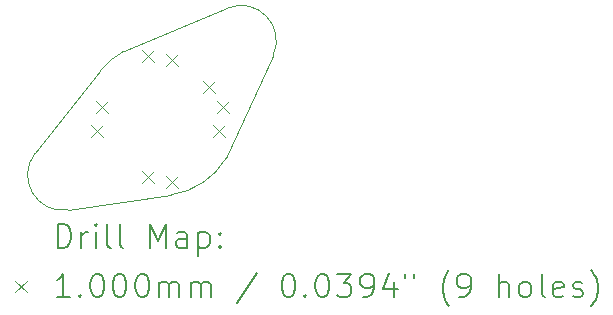
<source format=gbr>
%TF.GenerationSoftware,KiCad,Pcbnew,7.0.5*%
%TF.CreationDate,2023-06-18T14:48:01+02:00*%
%TF.ProjectId,LH_RKJXM1015004_FacePlateTilted,4c485f52-4b4a-4584-9d31-303135303034,rev?*%
%TF.SameCoordinates,Original*%
%TF.FileFunction,Drillmap*%
%TF.FilePolarity,Positive*%
%FSLAX45Y45*%
G04 Gerber Fmt 4.5, Leading zero omitted, Abs format (unit mm)*
G04 Created by KiCad (PCBNEW 7.0.5) date 2023-06-18 14:48:01*
%MOMM*%
%LPD*%
G01*
G04 APERTURE LIST*
%ADD10C,0.100000*%
%ADD11C,0.200000*%
G04 APERTURE END LIST*
D10*
X5294813Y-6342900D02*
G75*
G03*
X5756987Y-6035007I-94753J643060D01*
G01*
X5767662Y-4762669D02*
X4889923Y-5128602D01*
X4142173Y-5988571D02*
G75*
G03*
X4421070Y-6471635I235167J-186269D01*
G01*
X6155834Y-5164534D02*
G75*
G03*
X5767662Y-4762669I-272735J124964D01*
G01*
X4889923Y-5128600D02*
G75*
G03*
X4690535Y-5296256I310147J-571240D01*
G01*
X6155836Y-5164535D02*
X5756987Y-6035007D01*
X4142172Y-5988570D02*
X4690535Y-5296256D01*
X4421070Y-6471635D02*
X5294813Y-6342897D01*
D11*
D10*
X4615000Y-5750000D02*
X4715000Y-5850000D01*
X4715000Y-5750000D02*
X4615000Y-5850000D01*
X4655000Y-5550000D02*
X4755000Y-5650000D01*
X4755000Y-5550000D02*
X4655000Y-5650000D01*
X5050000Y-5115000D02*
X5150000Y-5215000D01*
X5150000Y-5115000D02*
X5050000Y-5215000D01*
X5050000Y-6145000D02*
X5150000Y-6245000D01*
X5150000Y-6145000D02*
X5050000Y-6245000D01*
X5250000Y-5155000D02*
X5350000Y-5255000D01*
X5350000Y-5155000D02*
X5250000Y-5255000D01*
X5250000Y-6185000D02*
X5350000Y-6285000D01*
X5350000Y-6185000D02*
X5250000Y-6285000D01*
X5565000Y-5380000D02*
X5665000Y-5480000D01*
X5665000Y-5380000D02*
X5565000Y-5480000D01*
X5645000Y-5750000D02*
X5745000Y-5850000D01*
X5745000Y-5750000D02*
X5645000Y-5850000D01*
X5685000Y-5550000D02*
X5785000Y-5650000D01*
X5785000Y-5550000D02*
X5685000Y-5650000D01*
D11*
X4333117Y-6791323D02*
X4333117Y-6591323D01*
X4333117Y-6591323D02*
X4380736Y-6591323D01*
X4380736Y-6591323D02*
X4409308Y-6600847D01*
X4409308Y-6600847D02*
X4428355Y-6619895D01*
X4428355Y-6619895D02*
X4437879Y-6638942D01*
X4437879Y-6638942D02*
X4447403Y-6677037D01*
X4447403Y-6677037D02*
X4447403Y-6705609D01*
X4447403Y-6705609D02*
X4437879Y-6743704D01*
X4437879Y-6743704D02*
X4428355Y-6762752D01*
X4428355Y-6762752D02*
X4409308Y-6781799D01*
X4409308Y-6781799D02*
X4380736Y-6791323D01*
X4380736Y-6791323D02*
X4333117Y-6791323D01*
X4533117Y-6791323D02*
X4533117Y-6657990D01*
X4533117Y-6696085D02*
X4542641Y-6677037D01*
X4542641Y-6677037D02*
X4552165Y-6667514D01*
X4552165Y-6667514D02*
X4571213Y-6657990D01*
X4571213Y-6657990D02*
X4590260Y-6657990D01*
X4656927Y-6791323D02*
X4656927Y-6657990D01*
X4656927Y-6591323D02*
X4647403Y-6600847D01*
X4647403Y-6600847D02*
X4656927Y-6610371D01*
X4656927Y-6610371D02*
X4666451Y-6600847D01*
X4666451Y-6600847D02*
X4656927Y-6591323D01*
X4656927Y-6591323D02*
X4656927Y-6610371D01*
X4780736Y-6791323D02*
X4761689Y-6781799D01*
X4761689Y-6781799D02*
X4752165Y-6762752D01*
X4752165Y-6762752D02*
X4752165Y-6591323D01*
X4885498Y-6791323D02*
X4866451Y-6781799D01*
X4866451Y-6781799D02*
X4856927Y-6762752D01*
X4856927Y-6762752D02*
X4856927Y-6591323D01*
X5114070Y-6791323D02*
X5114070Y-6591323D01*
X5114070Y-6591323D02*
X5180736Y-6734180D01*
X5180736Y-6734180D02*
X5247403Y-6591323D01*
X5247403Y-6591323D02*
X5247403Y-6791323D01*
X5428355Y-6791323D02*
X5428355Y-6686561D01*
X5428355Y-6686561D02*
X5418832Y-6667514D01*
X5418832Y-6667514D02*
X5399784Y-6657990D01*
X5399784Y-6657990D02*
X5361689Y-6657990D01*
X5361689Y-6657990D02*
X5342641Y-6667514D01*
X5428355Y-6781799D02*
X5409308Y-6791323D01*
X5409308Y-6791323D02*
X5361689Y-6791323D01*
X5361689Y-6791323D02*
X5342641Y-6781799D01*
X5342641Y-6781799D02*
X5333117Y-6762752D01*
X5333117Y-6762752D02*
X5333117Y-6743704D01*
X5333117Y-6743704D02*
X5342641Y-6724657D01*
X5342641Y-6724657D02*
X5361689Y-6715133D01*
X5361689Y-6715133D02*
X5409308Y-6715133D01*
X5409308Y-6715133D02*
X5428355Y-6705609D01*
X5523594Y-6657990D02*
X5523594Y-6857990D01*
X5523594Y-6667514D02*
X5542641Y-6657990D01*
X5542641Y-6657990D02*
X5580736Y-6657990D01*
X5580736Y-6657990D02*
X5599784Y-6667514D01*
X5599784Y-6667514D02*
X5609308Y-6677037D01*
X5609308Y-6677037D02*
X5618832Y-6696085D01*
X5618832Y-6696085D02*
X5618832Y-6753228D01*
X5618832Y-6753228D02*
X5609308Y-6772276D01*
X5609308Y-6772276D02*
X5599784Y-6781799D01*
X5599784Y-6781799D02*
X5580736Y-6791323D01*
X5580736Y-6791323D02*
X5542641Y-6791323D01*
X5542641Y-6791323D02*
X5523594Y-6781799D01*
X5704546Y-6772276D02*
X5714070Y-6781799D01*
X5714070Y-6781799D02*
X5704546Y-6791323D01*
X5704546Y-6791323D02*
X5695022Y-6781799D01*
X5695022Y-6781799D02*
X5704546Y-6772276D01*
X5704546Y-6772276D02*
X5704546Y-6791323D01*
X5704546Y-6667514D02*
X5714070Y-6677037D01*
X5714070Y-6677037D02*
X5704546Y-6686561D01*
X5704546Y-6686561D02*
X5695022Y-6677037D01*
X5695022Y-6677037D02*
X5704546Y-6667514D01*
X5704546Y-6667514D02*
X5704546Y-6686561D01*
D10*
X3972340Y-7069839D02*
X4072340Y-7169839D01*
X4072340Y-7069839D02*
X3972340Y-7169839D01*
D11*
X4437879Y-7211323D02*
X4323594Y-7211323D01*
X4380736Y-7211323D02*
X4380736Y-7011323D01*
X4380736Y-7011323D02*
X4361689Y-7039895D01*
X4361689Y-7039895D02*
X4342641Y-7058942D01*
X4342641Y-7058942D02*
X4323594Y-7068466D01*
X4523594Y-7192276D02*
X4533117Y-7201799D01*
X4533117Y-7201799D02*
X4523594Y-7211323D01*
X4523594Y-7211323D02*
X4514070Y-7201799D01*
X4514070Y-7201799D02*
X4523594Y-7192276D01*
X4523594Y-7192276D02*
X4523594Y-7211323D01*
X4656927Y-7011323D02*
X4675975Y-7011323D01*
X4675975Y-7011323D02*
X4695022Y-7020847D01*
X4695022Y-7020847D02*
X4704546Y-7030371D01*
X4704546Y-7030371D02*
X4714070Y-7049418D01*
X4714070Y-7049418D02*
X4723594Y-7087514D01*
X4723594Y-7087514D02*
X4723594Y-7135133D01*
X4723594Y-7135133D02*
X4714070Y-7173228D01*
X4714070Y-7173228D02*
X4704546Y-7192276D01*
X4704546Y-7192276D02*
X4695022Y-7201799D01*
X4695022Y-7201799D02*
X4675975Y-7211323D01*
X4675975Y-7211323D02*
X4656927Y-7211323D01*
X4656927Y-7211323D02*
X4637879Y-7201799D01*
X4637879Y-7201799D02*
X4628355Y-7192276D01*
X4628355Y-7192276D02*
X4618832Y-7173228D01*
X4618832Y-7173228D02*
X4609308Y-7135133D01*
X4609308Y-7135133D02*
X4609308Y-7087514D01*
X4609308Y-7087514D02*
X4618832Y-7049418D01*
X4618832Y-7049418D02*
X4628355Y-7030371D01*
X4628355Y-7030371D02*
X4637879Y-7020847D01*
X4637879Y-7020847D02*
X4656927Y-7011323D01*
X4847403Y-7011323D02*
X4866451Y-7011323D01*
X4866451Y-7011323D02*
X4885498Y-7020847D01*
X4885498Y-7020847D02*
X4895022Y-7030371D01*
X4895022Y-7030371D02*
X4904546Y-7049418D01*
X4904546Y-7049418D02*
X4914070Y-7087514D01*
X4914070Y-7087514D02*
X4914070Y-7135133D01*
X4914070Y-7135133D02*
X4904546Y-7173228D01*
X4904546Y-7173228D02*
X4895022Y-7192276D01*
X4895022Y-7192276D02*
X4885498Y-7201799D01*
X4885498Y-7201799D02*
X4866451Y-7211323D01*
X4866451Y-7211323D02*
X4847403Y-7211323D01*
X4847403Y-7211323D02*
X4828355Y-7201799D01*
X4828355Y-7201799D02*
X4818832Y-7192276D01*
X4818832Y-7192276D02*
X4809308Y-7173228D01*
X4809308Y-7173228D02*
X4799784Y-7135133D01*
X4799784Y-7135133D02*
X4799784Y-7087514D01*
X4799784Y-7087514D02*
X4809308Y-7049418D01*
X4809308Y-7049418D02*
X4818832Y-7030371D01*
X4818832Y-7030371D02*
X4828355Y-7020847D01*
X4828355Y-7020847D02*
X4847403Y-7011323D01*
X5037879Y-7011323D02*
X5056927Y-7011323D01*
X5056927Y-7011323D02*
X5075975Y-7020847D01*
X5075975Y-7020847D02*
X5085498Y-7030371D01*
X5085498Y-7030371D02*
X5095022Y-7049418D01*
X5095022Y-7049418D02*
X5104546Y-7087514D01*
X5104546Y-7087514D02*
X5104546Y-7135133D01*
X5104546Y-7135133D02*
X5095022Y-7173228D01*
X5095022Y-7173228D02*
X5085498Y-7192276D01*
X5085498Y-7192276D02*
X5075975Y-7201799D01*
X5075975Y-7201799D02*
X5056927Y-7211323D01*
X5056927Y-7211323D02*
X5037879Y-7211323D01*
X5037879Y-7211323D02*
X5018832Y-7201799D01*
X5018832Y-7201799D02*
X5009308Y-7192276D01*
X5009308Y-7192276D02*
X4999784Y-7173228D01*
X4999784Y-7173228D02*
X4990260Y-7135133D01*
X4990260Y-7135133D02*
X4990260Y-7087514D01*
X4990260Y-7087514D02*
X4999784Y-7049418D01*
X4999784Y-7049418D02*
X5009308Y-7030371D01*
X5009308Y-7030371D02*
X5018832Y-7020847D01*
X5018832Y-7020847D02*
X5037879Y-7011323D01*
X5190260Y-7211323D02*
X5190260Y-7077990D01*
X5190260Y-7097037D02*
X5199784Y-7087514D01*
X5199784Y-7087514D02*
X5218832Y-7077990D01*
X5218832Y-7077990D02*
X5247403Y-7077990D01*
X5247403Y-7077990D02*
X5266451Y-7087514D01*
X5266451Y-7087514D02*
X5275975Y-7106561D01*
X5275975Y-7106561D02*
X5275975Y-7211323D01*
X5275975Y-7106561D02*
X5285498Y-7087514D01*
X5285498Y-7087514D02*
X5304546Y-7077990D01*
X5304546Y-7077990D02*
X5333117Y-7077990D01*
X5333117Y-7077990D02*
X5352165Y-7087514D01*
X5352165Y-7087514D02*
X5361689Y-7106561D01*
X5361689Y-7106561D02*
X5361689Y-7211323D01*
X5456927Y-7211323D02*
X5456927Y-7077990D01*
X5456927Y-7097037D02*
X5466451Y-7087514D01*
X5466451Y-7087514D02*
X5485498Y-7077990D01*
X5485498Y-7077990D02*
X5514070Y-7077990D01*
X5514070Y-7077990D02*
X5533117Y-7087514D01*
X5533117Y-7087514D02*
X5542641Y-7106561D01*
X5542641Y-7106561D02*
X5542641Y-7211323D01*
X5542641Y-7106561D02*
X5552165Y-7087514D01*
X5552165Y-7087514D02*
X5571213Y-7077990D01*
X5571213Y-7077990D02*
X5599784Y-7077990D01*
X5599784Y-7077990D02*
X5618832Y-7087514D01*
X5618832Y-7087514D02*
X5628355Y-7106561D01*
X5628355Y-7106561D02*
X5628355Y-7211323D01*
X6018832Y-7001799D02*
X5847403Y-7258942D01*
X6275975Y-7011323D02*
X6295022Y-7011323D01*
X6295022Y-7011323D02*
X6314070Y-7020847D01*
X6314070Y-7020847D02*
X6323594Y-7030371D01*
X6323594Y-7030371D02*
X6333117Y-7049418D01*
X6333117Y-7049418D02*
X6342641Y-7087514D01*
X6342641Y-7087514D02*
X6342641Y-7135133D01*
X6342641Y-7135133D02*
X6333117Y-7173228D01*
X6333117Y-7173228D02*
X6323594Y-7192276D01*
X6323594Y-7192276D02*
X6314070Y-7201799D01*
X6314070Y-7201799D02*
X6295022Y-7211323D01*
X6295022Y-7211323D02*
X6275975Y-7211323D01*
X6275975Y-7211323D02*
X6256927Y-7201799D01*
X6256927Y-7201799D02*
X6247403Y-7192276D01*
X6247403Y-7192276D02*
X6237879Y-7173228D01*
X6237879Y-7173228D02*
X6228356Y-7135133D01*
X6228356Y-7135133D02*
X6228356Y-7087514D01*
X6228356Y-7087514D02*
X6237879Y-7049418D01*
X6237879Y-7049418D02*
X6247403Y-7030371D01*
X6247403Y-7030371D02*
X6256927Y-7020847D01*
X6256927Y-7020847D02*
X6275975Y-7011323D01*
X6428356Y-7192276D02*
X6437879Y-7201799D01*
X6437879Y-7201799D02*
X6428356Y-7211323D01*
X6428356Y-7211323D02*
X6418832Y-7201799D01*
X6418832Y-7201799D02*
X6428356Y-7192276D01*
X6428356Y-7192276D02*
X6428356Y-7211323D01*
X6561689Y-7011323D02*
X6580737Y-7011323D01*
X6580737Y-7011323D02*
X6599784Y-7020847D01*
X6599784Y-7020847D02*
X6609308Y-7030371D01*
X6609308Y-7030371D02*
X6618832Y-7049418D01*
X6618832Y-7049418D02*
X6628356Y-7087514D01*
X6628356Y-7087514D02*
X6628356Y-7135133D01*
X6628356Y-7135133D02*
X6618832Y-7173228D01*
X6618832Y-7173228D02*
X6609308Y-7192276D01*
X6609308Y-7192276D02*
X6599784Y-7201799D01*
X6599784Y-7201799D02*
X6580737Y-7211323D01*
X6580737Y-7211323D02*
X6561689Y-7211323D01*
X6561689Y-7211323D02*
X6542641Y-7201799D01*
X6542641Y-7201799D02*
X6533117Y-7192276D01*
X6533117Y-7192276D02*
X6523594Y-7173228D01*
X6523594Y-7173228D02*
X6514070Y-7135133D01*
X6514070Y-7135133D02*
X6514070Y-7087514D01*
X6514070Y-7087514D02*
X6523594Y-7049418D01*
X6523594Y-7049418D02*
X6533117Y-7030371D01*
X6533117Y-7030371D02*
X6542641Y-7020847D01*
X6542641Y-7020847D02*
X6561689Y-7011323D01*
X6695022Y-7011323D02*
X6818832Y-7011323D01*
X6818832Y-7011323D02*
X6752165Y-7087514D01*
X6752165Y-7087514D02*
X6780737Y-7087514D01*
X6780737Y-7087514D02*
X6799784Y-7097037D01*
X6799784Y-7097037D02*
X6809308Y-7106561D01*
X6809308Y-7106561D02*
X6818832Y-7125609D01*
X6818832Y-7125609D02*
X6818832Y-7173228D01*
X6818832Y-7173228D02*
X6809308Y-7192276D01*
X6809308Y-7192276D02*
X6799784Y-7201799D01*
X6799784Y-7201799D02*
X6780737Y-7211323D01*
X6780737Y-7211323D02*
X6723594Y-7211323D01*
X6723594Y-7211323D02*
X6704546Y-7201799D01*
X6704546Y-7201799D02*
X6695022Y-7192276D01*
X6914070Y-7211323D02*
X6952165Y-7211323D01*
X6952165Y-7211323D02*
X6971213Y-7201799D01*
X6971213Y-7201799D02*
X6980737Y-7192276D01*
X6980737Y-7192276D02*
X6999784Y-7163704D01*
X6999784Y-7163704D02*
X7009308Y-7125609D01*
X7009308Y-7125609D02*
X7009308Y-7049418D01*
X7009308Y-7049418D02*
X6999784Y-7030371D01*
X6999784Y-7030371D02*
X6990260Y-7020847D01*
X6990260Y-7020847D02*
X6971213Y-7011323D01*
X6971213Y-7011323D02*
X6933117Y-7011323D01*
X6933117Y-7011323D02*
X6914070Y-7020847D01*
X6914070Y-7020847D02*
X6904546Y-7030371D01*
X6904546Y-7030371D02*
X6895022Y-7049418D01*
X6895022Y-7049418D02*
X6895022Y-7097037D01*
X6895022Y-7097037D02*
X6904546Y-7116085D01*
X6904546Y-7116085D02*
X6914070Y-7125609D01*
X6914070Y-7125609D02*
X6933117Y-7135133D01*
X6933117Y-7135133D02*
X6971213Y-7135133D01*
X6971213Y-7135133D02*
X6990260Y-7125609D01*
X6990260Y-7125609D02*
X6999784Y-7116085D01*
X6999784Y-7116085D02*
X7009308Y-7097037D01*
X7180737Y-7077990D02*
X7180737Y-7211323D01*
X7133117Y-7001799D02*
X7085498Y-7144657D01*
X7085498Y-7144657D02*
X7209308Y-7144657D01*
X7275975Y-7011323D02*
X7275975Y-7049418D01*
X7352165Y-7011323D02*
X7352165Y-7049418D01*
X7647403Y-7287514D02*
X7637879Y-7277990D01*
X7637879Y-7277990D02*
X7618832Y-7249418D01*
X7618832Y-7249418D02*
X7609308Y-7230371D01*
X7609308Y-7230371D02*
X7599784Y-7201799D01*
X7599784Y-7201799D02*
X7590260Y-7154180D01*
X7590260Y-7154180D02*
X7590260Y-7116085D01*
X7590260Y-7116085D02*
X7599784Y-7068466D01*
X7599784Y-7068466D02*
X7609308Y-7039895D01*
X7609308Y-7039895D02*
X7618832Y-7020847D01*
X7618832Y-7020847D02*
X7637879Y-6992276D01*
X7637879Y-6992276D02*
X7647403Y-6982752D01*
X7733118Y-7211323D02*
X7771213Y-7211323D01*
X7771213Y-7211323D02*
X7790260Y-7201799D01*
X7790260Y-7201799D02*
X7799784Y-7192276D01*
X7799784Y-7192276D02*
X7818832Y-7163704D01*
X7818832Y-7163704D02*
X7828356Y-7125609D01*
X7828356Y-7125609D02*
X7828356Y-7049418D01*
X7828356Y-7049418D02*
X7818832Y-7030371D01*
X7818832Y-7030371D02*
X7809308Y-7020847D01*
X7809308Y-7020847D02*
X7790260Y-7011323D01*
X7790260Y-7011323D02*
X7752165Y-7011323D01*
X7752165Y-7011323D02*
X7733118Y-7020847D01*
X7733118Y-7020847D02*
X7723594Y-7030371D01*
X7723594Y-7030371D02*
X7714070Y-7049418D01*
X7714070Y-7049418D02*
X7714070Y-7097037D01*
X7714070Y-7097037D02*
X7723594Y-7116085D01*
X7723594Y-7116085D02*
X7733118Y-7125609D01*
X7733118Y-7125609D02*
X7752165Y-7135133D01*
X7752165Y-7135133D02*
X7790260Y-7135133D01*
X7790260Y-7135133D02*
X7809308Y-7125609D01*
X7809308Y-7125609D02*
X7818832Y-7116085D01*
X7818832Y-7116085D02*
X7828356Y-7097037D01*
X8066451Y-7211323D02*
X8066451Y-7011323D01*
X8152165Y-7211323D02*
X8152165Y-7106561D01*
X8152165Y-7106561D02*
X8142641Y-7087514D01*
X8142641Y-7087514D02*
X8123594Y-7077990D01*
X8123594Y-7077990D02*
X8095022Y-7077990D01*
X8095022Y-7077990D02*
X8075975Y-7087514D01*
X8075975Y-7087514D02*
X8066451Y-7097037D01*
X8275975Y-7211323D02*
X8256927Y-7201799D01*
X8256927Y-7201799D02*
X8247403Y-7192276D01*
X8247403Y-7192276D02*
X8237880Y-7173228D01*
X8237880Y-7173228D02*
X8237880Y-7116085D01*
X8237880Y-7116085D02*
X8247403Y-7097037D01*
X8247403Y-7097037D02*
X8256927Y-7087514D01*
X8256927Y-7087514D02*
X8275975Y-7077990D01*
X8275975Y-7077990D02*
X8304546Y-7077990D01*
X8304546Y-7077990D02*
X8323594Y-7087514D01*
X8323594Y-7087514D02*
X8333118Y-7097037D01*
X8333118Y-7097037D02*
X8342641Y-7116085D01*
X8342641Y-7116085D02*
X8342641Y-7173228D01*
X8342641Y-7173228D02*
X8333118Y-7192276D01*
X8333118Y-7192276D02*
X8323594Y-7201799D01*
X8323594Y-7201799D02*
X8304546Y-7211323D01*
X8304546Y-7211323D02*
X8275975Y-7211323D01*
X8456927Y-7211323D02*
X8437880Y-7201799D01*
X8437880Y-7201799D02*
X8428356Y-7182752D01*
X8428356Y-7182752D02*
X8428356Y-7011323D01*
X8609308Y-7201799D02*
X8590261Y-7211323D01*
X8590261Y-7211323D02*
X8552165Y-7211323D01*
X8552165Y-7211323D02*
X8533118Y-7201799D01*
X8533118Y-7201799D02*
X8523594Y-7182752D01*
X8523594Y-7182752D02*
X8523594Y-7106561D01*
X8523594Y-7106561D02*
X8533118Y-7087514D01*
X8533118Y-7087514D02*
X8552165Y-7077990D01*
X8552165Y-7077990D02*
X8590261Y-7077990D01*
X8590261Y-7077990D02*
X8609308Y-7087514D01*
X8609308Y-7087514D02*
X8618832Y-7106561D01*
X8618832Y-7106561D02*
X8618832Y-7125609D01*
X8618832Y-7125609D02*
X8523594Y-7144657D01*
X8695023Y-7201799D02*
X8714070Y-7211323D01*
X8714070Y-7211323D02*
X8752165Y-7211323D01*
X8752165Y-7211323D02*
X8771213Y-7201799D01*
X8771213Y-7201799D02*
X8780737Y-7182752D01*
X8780737Y-7182752D02*
X8780737Y-7173228D01*
X8780737Y-7173228D02*
X8771213Y-7154180D01*
X8771213Y-7154180D02*
X8752165Y-7144657D01*
X8752165Y-7144657D02*
X8723594Y-7144657D01*
X8723594Y-7144657D02*
X8704546Y-7135133D01*
X8704546Y-7135133D02*
X8695023Y-7116085D01*
X8695023Y-7116085D02*
X8695023Y-7106561D01*
X8695023Y-7106561D02*
X8704546Y-7087514D01*
X8704546Y-7087514D02*
X8723594Y-7077990D01*
X8723594Y-7077990D02*
X8752165Y-7077990D01*
X8752165Y-7077990D02*
X8771213Y-7087514D01*
X8847404Y-7287514D02*
X8856927Y-7277990D01*
X8856927Y-7277990D02*
X8875975Y-7249418D01*
X8875975Y-7249418D02*
X8885499Y-7230371D01*
X8885499Y-7230371D02*
X8895023Y-7201799D01*
X8895023Y-7201799D02*
X8904546Y-7154180D01*
X8904546Y-7154180D02*
X8904546Y-7116085D01*
X8904546Y-7116085D02*
X8895023Y-7068466D01*
X8895023Y-7068466D02*
X8885499Y-7039895D01*
X8885499Y-7039895D02*
X8875975Y-7020847D01*
X8875975Y-7020847D02*
X8856927Y-6992276D01*
X8856927Y-6992276D02*
X8847404Y-6982752D01*
M02*

</source>
